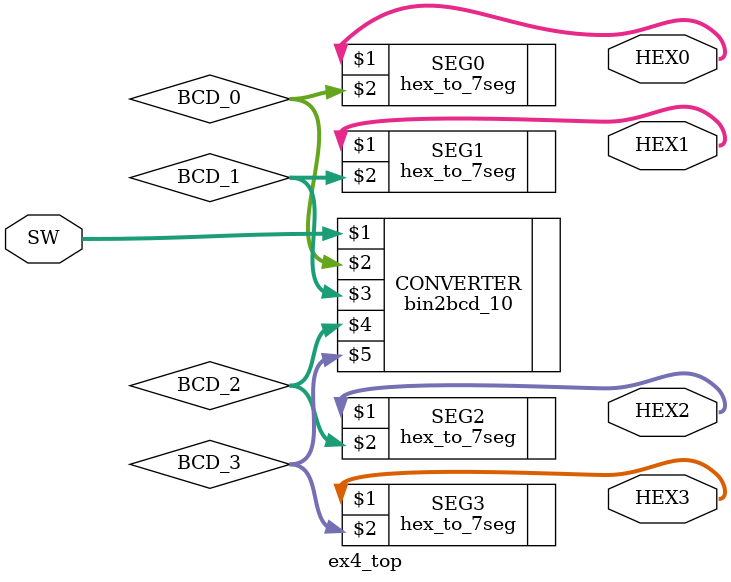
<source format=v>
module ex4_top (
SW,
HEX0,
HEX1,
HEX2,
HEX3
);

	input [9:0] SW;
	output [6:0] HEX0, HEX1, HEX2, HEX3;
	wire [3:0] BCD_0, BCD_1, BCD_2, BCD_3;

	bin2bcd_10 CONVERTER(SW[9:0], BCD_0, BCD_1, BCD_2, BCD_3);
	hex_to_7seg SEG0(HEX0, BCD_0);
	hex_to_7seg SEG1(HEX1, BCD_1);
	hex_to_7seg SEG2(HEX2, BCD_2);
	hex_to_7seg SEG3(HEX3, BCD_3);
	
endmodule 
</source>
